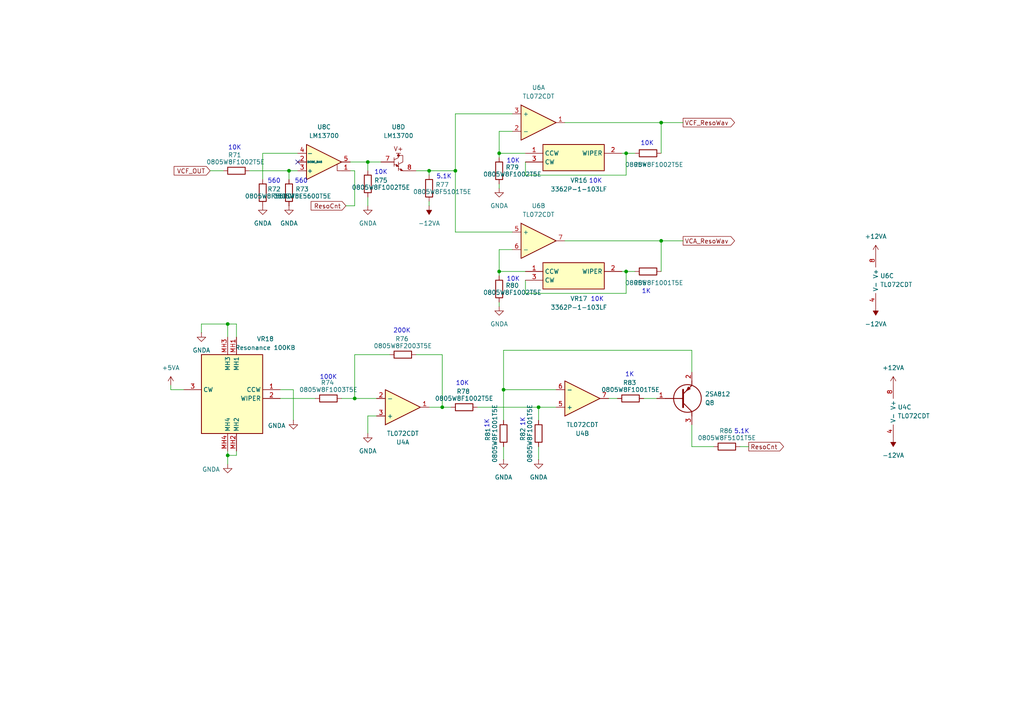
<source format=kicad_sch>
(kicad_sch (version 20250114) (generator "eeschema") (generator_version "9.0")
  (paper "A4")
  (lib_symbols
    (symbol "Amplifier_Operational:LM13700" (pin_names (offset 0.127))
      (property "Reference" "U" (at 3.81 5.08 0))
      (property "Value" "LM13700" (at 5.08 -5.08 0))
      (symbol "LM13700_1_1"
        (polyline (pts (xy 3.81 -0.635) (xy 3.81 -2.54) (xy 5.08 -2.54)))
        (polyline (pts (xy 5.08 0) (xy -5.08 -5.08) (xy -5.08 5.08) (xy 5.08 0)) (stroke (width 0.254)) (fill (type background)))
        (pin input line (at -7.62 2.54 0) (length 2.54) (name "-") (number "13"))
        (pin input line (at -7.62 0 0) (length 2.54) (name "DIODE_BIAS") (number "15"))
        (pin input line (at -7.62 -2.54 0) (length 2.54) (name "+") (number "14"))
        (pin output line (at 7.62 0 180) (length 2.54) (name "~") (number "12"))
        (pin input line (at 7.62 -2.54 180) (length 2.54) (name "~") (number "16"))
      )
      (symbol "LM13700_2_0"
        (polyline (pts (xy -1.905 2.54) (xy -3.175 2.54)))
      )
      (symbol "LM13700_2_1"
        (polyline (pts (xy -3.81 1.27) (xy -3.81 -1.27)))
        (polyline (pts (xy -3.81 0.635) (xy -2.54 1.27) (xy -2.54 1.905) (xy -2.54 2.54)))
        (polyline (pts (xy -3.81 -0.635) (xy -2.54 -1.27)))
        (circle (center -2.54 1.905) (radius 0.254) (stroke (width 0.254)) (fill (type outline)))
        (polyline (pts (xy -2.54 0) (xy -2.54 -2.54)))
        (polyline (pts (xy -2.54 -0.635) (xy -1.27 0) (xy -1.27 1.905) (xy -2.54 1.905)))
        (polyline (pts (xy -2.54 -1.27) (xy -3.175 -0.635) (xy -3.175 -1.27) (xy -2.54 -1.27)) (fill (type outline)))
        (polyline (pts (xy -2.54 -1.905) (xy -1.27 -2.54)))
        (polyline (pts (xy -1.27 -2.54) (xy -1.905 -1.905) (xy -1.905 -2.54) (xy -1.27 -2.54)) (fill (type outline)))
        (text "V+" (at -2.54 3.81 0) (effects (font (size 1.27 1.27))))
        (pin input line (at -7.62 0 0) (length 3.81) (name "~") (number "10"))
        (pin output line (at 2.54 -2.54 180) (length 3.81) (name "~") (number "9"))
      )
      (symbol "LM13700_3_1"
        (polyline (pts (xy 3.81 -0.635) (xy 3.81 -2.54) (xy 5.08 -2.54)))
        (polyline (pts (xy 5.08 0) (xy -5.08 -5.08) (xy -5.08 5.08) (xy 5.08 0)) (stroke (width 0.254)) (fill (type background)))
        (pin input line (at -7.62 2.54 0) (length 2.54) (name "-") (number "4"))
        (pin input line (at -7.62 0 0) (length 2.54) (name "DIODE_BIAS") (number "2"))
        (pin input line (at -7.62 -2.54 0) (length 2.54) (name "+") (number "3"))
        (pin output line (at 7.62 0 180) (length 2.54) (name "~") (number "5"))
        (pin input line (at 7.62 -2.54 180) (length 2.54) (name "~") (number "1"))
      )
      (symbol "LM13700_4_0"
        (polyline (pts (xy -3.175 2.54) (xy -1.905 2.54)))
        (text "V+" (at -2.54 3.81 0) (effects (font (size 1.27 1.27))))
      )
      (symbol "LM13700_4_1"
        (polyline (pts (xy -3.81 1.27) (xy -3.81 -1.27)))
        (polyline (pts (xy -3.81 0.635) (xy -2.54 1.27) (xy -2.54 2.54)))
        (polyline (pts (xy -3.81 -0.635) (xy -2.54 -1.27)))
        (circle (center -2.54 1.905) (radius 0.254) (stroke (width 0.254)) (fill (type outline)))
        (polyline (pts (xy -2.54 0) (xy -2.54 -2.54)))
        (polyline (pts (xy -2.54 -0.635) (xy -1.27 0) (xy -1.27 1.905) (xy -2.54 1.905)))
        (polyline (pts (xy -2.54 -1.27) (xy -3.175 -0.635) (xy -3.175 -1.27) (xy -2.54 -1.27)) (fill (type outline)))
        (polyline (pts (xy -2.54 -1.905) (xy -1.27 -2.54)))
        (polyline (pts (xy -1.27 -2.54) (xy -1.905 -1.905) (xy -1.905 -2.54) (xy -1.27 -2.54)) (fill (type outline)))
        (pin input line (at -7.62 0 0) (length 3.81) (name "~") (number "7"))
        (pin output line (at 2.54 -2.54 180) (length 3.81) (name "~") (number "8"))
      )
      (symbol "LM13700_5_1"
        (pin power_in line (at -2.54 7.62 270) (length 3.81) (name "V+") (number "11"))
        (pin power_in line (at -2.54 -7.62 90) (length 3.81) (name "V-") (number "6"))
      )
    )
    (symbol "Device:Opamp_Dual"
      (property "Reference" "U" (at 0 5.08 0))
      (property "Value" "Opamp_Dual" (at 0 -5.08 0))
      (symbol "Opamp_Dual_1_1"
        (polyline (pts (xy -5.08 5.08) (xy 5.08 0) (xy -5.08 -5.08) (xy -5.08 5.08)) (stroke (width 0.254)) (fill (type background)))
        (pin input line (at -7.62 2.54 0) (length 2.54) (name "+") (number "3"))
        (pin input line (at -7.62 -2.54 0) (length 2.54) (name "-") (number "2"))
        (pin output line (at 7.62 0 180) (length 2.54) (name "~") (number "1"))
      )
      (symbol "Opamp_Dual_2_1"
        (polyline (pts (xy -5.08 5.08) (xy 5.08 0) (xy -5.08 -5.08) (xy -5.08 5.08)) (stroke (width 0.254)) (fill (type background)))
        (pin input line (at -7.62 2.54 0) (length 2.54) (name "+") (number "5"))
        (pin input line (at -7.62 -2.54 0) (length 2.54) (name "-") (number "6"))
        (pin output line (at 7.62 0 180) (length 2.54) (name "~") (number "7"))
      )
      (symbol "Opamp_Dual_3_1"
        (pin power_in line (at -2.54 7.62 270) (length 3.81) (name "V+") (number "8"))
        (pin power_in line (at -2.54 -7.62 90) (length 3.81) (name "V-") (number "4"))
      )
    )
    (symbol "Device:R" (pin_numbers (hide yes)) (pin_names (offset 0))
      (property "Reference" "R" (at 2.032 0 90))
      (property "Value" "R" (at 0 0 90))
      (symbol "R_0_1"
        (rectangle (start -1.016 -2.54) (end 1.016 2.54) (stroke (width 0.254)))
      )
      (symbol "R_1_1"
        (pin passive line (at 0 3.81 270) (length 1.27) (name "~") (number "1"))
        (pin passive line (at 0 -3.81 90) (length 1.27) (name "~") (number "2"))
      )
    )
    (symbol "SamacSys_Parts:2SA812" (pin_names (hide yes))
      (property "Reference" "Q" (at 13.97 1.27 0))
      (property "Value" "2SA812" (at 13.97 -1.27 0))
      (symbol "2SA812_1_1"
        (polyline (pts (xy 2.54 0) (xy 7.62 0)) (stroke (width 0.254)))
        (polyline (pts (xy 7.62 2.54) (xy 7.62 -2.54)) (stroke (width 0.508)))
        (polyline (pts (xy 7.62 1.27) (xy 10.16 3.81)) (stroke (width 0.254)))
        (polyline (pts (xy 7.62 -1.27) (xy 10.16 -3.81)) (stroke (width 0.254)))
        (circle (center 8.89 0) (radius 4.016) (stroke (width 0.254)))
        (polyline (pts (xy 9.652 -2.794) (xy 9.144 -3.302) (xy 8.636 -2.286) (xy 9.652 -2.794)) (stroke (width 0.254)) (fill (type outline)))
        (polyline (pts (xy 10.16 3.81) (xy 10.16 5.08)) (stroke (width 0.254)))
        (polyline (pts (xy 10.16 -3.81) (xy 10.16 -5.08)) (stroke (width 0.254)))
        (pin passive line (at 0 0 0) (length 2.54) (name "B") (number "1"))
        (pin passive line (at 10.16 7.62 270) (length 2.54) (name "C") (number "3"))
        (pin passive line (at 10.16 -7.62 90) (length 2.54) (name "E") (number "2"))
      )
    )
    (symbol "SamacSys_Parts:3362P-1-103LF"
      (property "Reference" "VR" (at 24.13 7.62 0))
      (property "Value" "3362P-1-103LF" (at 24.13 5.08 0))
      (symbol "3362P-1-103LF_1_1"
        (rectangle (start 5.08 2.54) (end 22.86 -5.08) (stroke (width 0.254)) (fill (type background)))
        (pin passive line (at 0 0 0) (length 5.08) (name "CCW") (number "1"))
        (pin passive line (at 0 -2.54 0) (length 5.08) (name "CW") (number "3"))
        (pin passive line (at 27.94 0 180) (length 5.08) (name "WIPER") (number "2"))
      )
    )
    (symbol "SamacSys_Parts:PTA2043-2010CIB104"
      (property "Reference" "VR" (at 24.13 15.24 0))
      (property "Value" "PTA2043-2010CIB104" (at 24.13 12.7 0))
      (symbol "PTA2043-2010CIB104_1_1"
        (rectangle (start 5.08 10.16) (end 22.86 -12.7) (stroke (width 0.254)) (fill (type background)))
        (pin passive line (at 0 0 0) (length 5.08) (name "CCW") (number "1"))
        (pin passive line (at 0 -2.54 0) (length 5.08) (name "WIPER") (number "2"))
        (pin passive line (at 12.7 15.24 270) (length 5.08) (name "MH1") (number "MH1"))
        (pin passive line (at 12.7 -17.78 90) (length 5.08) (name "MH2") (number "MH2"))
        (pin passive line (at 15.24 15.24 270) (length 5.08) (name "MH3") (number "MH3"))
        (pin passive line (at 15.24 -17.78 90) (length 5.08) (name "MH4") (number "MH4"))
        (pin passive line (at 27.94 0 180) (length 5.08) (name "CW") (number "3"))
      )
    )
    (symbol "power:+12VA" (power) (pin_numbers (hide yes)) (pin_names (offset 0) (hide yes))
      (property "Value" "+12VA" (at 0 3.556 0))
      (symbol "+12VA_0_1"
        (polyline (pts (xy -0.762 1.27) (xy 0 2.54)))
        (polyline (pts (xy 0 2.54) (xy 0.762 1.27)))
        (polyline (pts (xy 0 0) (xy 0 2.54)))
      )
      (symbol "+12VA_1_1"
        (pin power_in line (at 0 0 90) (length 0) (name "~") (number "1"))
      )
    )
    (symbol "power:+5VA" (power) (pin_numbers (hide yes)) (pin_names (offset 0) (hide yes))
      (property "Value" "+5VA" (at 0 3.556 0))
      (symbol "+5VA_0_1"
        (polyline (pts (xy -0.762 1.27) (xy 0 2.54)))
        (polyline (pts (xy 0 2.54) (xy 0.762 1.27)))
        (polyline (pts (xy 0 0) (xy 0 2.54)))
      )
      (symbol "+5VA_1_1"
        (pin power_in line (at 0 0 90) (length 0) (name "~") (number "1"))
      )
    )
    (symbol "power:-12VA" (power) (pin_numbers (hide yes)) (pin_names (offset 0) (hide yes))
      (property "Value" "-12VA" (at 0 3.556 0))
      (symbol "-12VA_0_0"
        (pin power_in line (at 0 0 90) (length 0) (name "~") (number "1"))
      )
      (symbol "-12VA_0_1"
        (polyline (pts (xy 0 0) (xy 0 1.27) (xy 0.762 1.27) (xy 0 2.54) (xy -0.762 1.27) (xy 0 1.27)) (fill (type outline)))
      )
    )
    (symbol "power:GNDA" (power) (pin_numbers (hide yes)) (pin_names (offset 0) (hide yes))
      (property "Value" "GNDA" (at 0 -3.81 0))
      (symbol "GNDA_0_1"
        (polyline (pts (xy 0 0) (xy 0 -1.27) (xy 1.27 -1.27) (xy 0 -2.54) (xy -1.27 -1.27) (xy 0 -1.27)))
      )
      (symbol "GNDA_1_1"
        (pin power_in line (at 0 0 270) (length 0) (name "~") (number "1"))
      )
    )
  )
  (text "1K" (at 187.452 84.582 0) (effects (font (size 1.27 1.27))))
  (text "1K" (at 182.626 108.712 0) (effects (font (size 1.27 1.27))))
  (text "10K" (at 173.228 86.868 0) (effects (font (size 1.27 1.27))))
  (text "560" (at 79.502 52.578 0) (effects (font (size 1.27 1.27))))
  (text "10K" (at 172.72 52.578 0) (effects (font (size 1.27 1.27))))
  (text "1K" (at 151.638 122.428 90) (effects (font (size 1.27 1.27))))
  (text "10K" (at 148.844 46.736 0) (effects (font (size 1.27 1.27))))
  (text "100K" (at 95.25 109.474 0) (effects (font (size 1.27 1.27))))
  (text "5.1K" (at 215.138 125.222 0) (effects (font (size 1.27 1.27))))
  (text "10K" (at 68.072 42.926 0) (effects (font (size 1.27 1.27))))
  (text "10K" (at 148.844 81.026 0) (effects (font (size 1.27 1.27))))
  (text "200K" (at 116.586 96.012 0) (effects (font (size 1.27 1.27))))
  (text "10K" (at 187.706 41.656 0) (effects (font (size 1.27 1.27))))
  (text "10K" (at 134.112 111.252 0) (effects (font (size 1.27 1.27))))
  (text "10K" (at 110.49 50.038 0) (effects (font (size 1.27 1.27))))
  (text "1K" (at 141.224 122.936 90) (effects (font (size 1.27 1.27))))
  (text "560" (at 87.376 52.578 0) (effects (font (size 1.27 1.27))))
  (text "5.1K" (at 128.778 51.308 0) (effects (font (size 1.27 1.27))))
  (junction (at 66.04 132.08))
  (junction (at 102.87 115.57))
  (junction (at 106.68 46.99))
  (junction (at 146.05 113.03))
  (junction (at 191.77 69.85))
  (junction (at 132.08 49.53))
  (junction (at 66.04 93.98))
  (junction (at 128.27 118.11))
  (junction (at 144.78 78.74))
  (junction (at 144.78 44.45))
  (junction (at 181.61 78.74))
  (junction (at 191.77 35.56))
  (junction (at 181.61 44.45))
  (junction (at 83.82 49.53))
  (junction (at 156.21 118.11))
  (junction (at 124.46 49.53))
  (no_connect (at 86.36 46.99))
  (wire (pts (xy 83.82 49.53) (xy 83.82 52.07)))
  (wire (pts (xy 191.77 35.56) (xy 198.12 35.56)))
  (wire (pts (xy 106.68 57.15) (xy 106.68 59.69)))
  (wire (pts (xy 81.28 115.57) (xy 91.44 115.57)))
  (wire (pts (xy 191.77 44.45) (xy 191.77 35.56)))
  (wire (pts (xy 144.78 78.74) (xy 144.78 80.01)))
  (wire (pts (xy 76.2 44.45) (xy 76.2 52.07)))
  (wire (pts (xy 49.53 113.03) (xy 49.53 111.76)))
  (wire (pts (xy 191.77 35.56) (xy 163.83 35.56)))
  (wire (pts (xy 113.03 102.87) (xy 102.87 102.87)))
  (wire (pts (xy 120.65 102.87) (xy 128.27 102.87)))
  (wire (pts (xy 58.42 96.52) (xy 58.42 93.98)))
  (wire (pts (xy 106.68 120.65) (xy 106.68 125.73)))
  (wire (pts (xy 132.08 49.53) (xy 132.08 33.02)))
  (wire (pts (xy 124.46 50.8) (xy 124.46 49.53)))
  (wire (pts (xy 163.83 69.85) (xy 191.77 69.85)))
  (wire (pts (xy 66.04 130.81) (xy 66.04 132.08)))
  (wire (pts (xy 102.87 59.69) (xy 100.33 59.69)))
  (wire (pts (xy 191.77 78.74) (xy 191.77 69.85)))
  (wire (pts (xy 152.4 46.99) (xy 152.4 50.8)))
  (wire (pts (xy 152.4 81.28) (xy 152.4 85.09)))
  (wire (pts (xy 106.68 46.99) (xy 101.6 46.99)))
  (wire (pts (xy 161.29 113.03) (xy 146.05 113.03)))
  (wire (pts (xy 148.59 67.31) (xy 132.08 67.31)))
  (wire (pts (xy 128.27 118.11) (xy 128.27 102.87)))
  (wire (pts (xy 85.09 113.03) (xy 85.09 121.92)))
  (wire (pts (xy 181.61 85.09) (xy 181.61 78.74)))
  (wire (pts (xy 68.58 132.08) (xy 68.58 130.81)))
  (wire (pts (xy 53.34 113.03) (xy 49.53 113.03)))
  (wire (pts (xy 81.28 113.03) (xy 85.09 113.03)))
  (wire (pts (xy 102.87 115.57) (xy 109.22 115.57)))
  (wire (pts (xy 58.42 93.98) (xy 66.04 93.98)))
  (wire (pts (xy 144.78 53.34) (xy 144.78 54.61)))
  (wire (pts (xy 181.61 44.45) (xy 180.34 44.45)))
  (wire (pts (xy 146.05 129.54) (xy 146.05 133.35)))
  (wire (pts (xy 124.46 118.11) (xy 128.27 118.11)))
  (wire (pts (xy 176.53 115.57) (xy 179.07 115.57)))
  (wire (pts (xy 66.04 93.98) (xy 66.04 97.79)))
  (wire (pts (xy 99.06 115.57) (xy 102.87 115.57)))
  (wire (pts (xy 86.36 44.45) (xy 76.2 44.45)))
  (wire (pts (xy 200.66 129.54) (xy 200.66 123.19)))
  (wire (pts (xy 106.68 46.99) (xy 106.68 49.53)))
  (wire (pts (xy 144.78 78.74) (xy 152.4 78.74)))
  (wire (pts (xy 124.46 49.53) (xy 120.65 49.53)))
  (wire (pts (xy 200.66 107.95) (xy 200.66 101.6)))
  (wire (pts (xy 144.78 44.45) (xy 152.4 44.45)))
  (wire (pts (xy 144.78 87.63) (xy 144.78 88.9)))
  (wire (pts (xy 156.21 129.54) (xy 156.21 133.35)))
  (wire (pts (xy 152.4 85.09) (xy 181.61 85.09)))
  (wire (pts (xy 144.78 44.45) (xy 144.78 45.72)))
  (wire (pts (xy 68.58 93.98) (xy 68.58 97.79)))
  (wire (pts (xy 86.36 49.53) (xy 83.82 49.53)))
  (wire (pts (xy 66.04 132.08) (xy 68.58 132.08)))
  (wire (pts (xy 217.17 129.54) (xy 214.63 129.54)))
  (wire (pts (xy 186.69 115.57) (xy 190.5 115.57)))
  (wire (pts (xy 132.08 33.02) (xy 148.59 33.02)))
  (wire (pts (xy 138.43 118.11) (xy 156.21 118.11)))
  (wire (pts (xy 144.78 72.39) (xy 144.78 78.74)))
  (wire (pts (xy 181.61 78.74) (xy 184.15 78.74)))
  (wire (pts (xy 124.46 58.42) (xy 124.46 59.69)))
  (wire (pts (xy 181.61 44.45) (xy 184.15 44.45)))
  (wire (pts (xy 124.46 49.53) (xy 132.08 49.53)))
  (wire (pts (xy 128.27 118.11) (xy 130.81 118.11)))
  (wire (pts (xy 200.66 101.6) (xy 146.05 101.6)))
  (wire (pts (xy 60.96 49.53) (xy 64.77 49.53)))
  (wire (pts (xy 132.08 67.31) (xy 132.08 49.53)))
  (wire (pts (xy 102.87 102.87) (xy 102.87 115.57)))
  (wire (pts (xy 144.78 38.1) (xy 144.78 44.45)))
  (wire (pts (xy 102.87 49.53) (xy 102.87 59.69)))
  (wire (pts (xy 161.29 118.11) (xy 156.21 118.11)))
  (wire (pts (xy 66.04 93.98) (xy 68.58 93.98)))
  (wire (pts (xy 146.05 101.6) (xy 146.05 113.03)))
  (wire (pts (xy 110.49 46.99) (xy 106.68 46.99)))
  (wire (pts (xy 144.78 72.39) (xy 148.59 72.39)))
  (wire (pts (xy 146.05 113.03) (xy 146.05 121.92)))
  (wire (pts (xy 156.21 118.11) (xy 156.21 121.92)))
  (wire (pts (xy 152.4 50.8) (xy 181.61 50.8)))
  (wire (pts (xy 207.01 129.54) (xy 200.66 129.54)))
  (wire (pts (xy 191.77 69.85) (xy 198.12 69.85)))
  (wire (pts (xy 181.61 78.74) (xy 180.34 78.74)))
  (wire (pts (xy 148.59 38.1) (xy 144.78 38.1)))
  (wire (pts (xy 66.04 132.08) (xy 66.04 134.62)))
  (wire (pts (xy 181.61 50.8) (xy 181.61 44.45)))
  (wire (pts (xy 83.82 49.53) (xy 72.39 49.53)))
  (wire (pts (xy 101.6 49.53) (xy 102.87 49.53)))
  (wire (pts (xy 106.68 120.65) (xy 109.22 120.65)))
  (global_label "VCF_ResoWav" (shape output) (at 198.12 35.56 0) (property "Intersheetrefs" "${INTERSHEET_REFS}" (effects (hide yes))))
  (global_label "VCF_OUT" (shape input) (at 60.96 49.53 180) (property "Intersheetrefs" "${INTERSHEET_REFS}" (effects (hide yes))))
  (global_label "ResoCnt" (shape input) (at 100.33 59.69 180) (property "Intersheetrefs" "${INTERSHEET_REFS}" (effects (hide yes))))
  (global_label "VCA_ResoWav" (shape output) (at 198.12 69.85 0) (property "Intersheetrefs" "${INTERSHEET_REFS}" (effects (hide yes))))
  (global_label "ResoCnt" (shape output) (at 217.17 129.54 0) (property "Intersheetrefs" "${INTERSHEET_REFS}" (effects (hide yes))))
  (symbol (lib_id "power:-12VA") (at 124.46 59.69 180) (unit 1)
    (property "Reference" "#PWR0134" (effects (hide yes)))
    (property "Value" "-12VA" (at 124.46 64.77 0))
    (property "Description" "Power symbol creates a global label with name \"-12VA\"" (effects (hide yes)))
  )
  (symbol (lib_id "power:GNDA") (at 144.78 88.9 0) (mirror y) (unit 1)
    (property "Reference" "#PWR0136" (effects (hide yes)))
    (property "Value" "GNDA" (at 144.78 93.98 0))
    (property "Description" "Power symbol creates a global label with name \"GNDA\" , analog ground" (effects (hide yes)))
  )
  (symbol (lib_id "Device:R") (at 95.25 115.57 90) (unit 1)
    (property "Reference" "R74" (at 94.996 110.998 90))
    (property "Value" "0805W8F1003T5E" (at 95.25 113.03 90))
    (property "Footprint" "Resistor_SMD:R_0805_2012Metric_Pad1.20x1.40mm_HandSolder" (effects (hide yes)))
    (property "Description" "Resistor" (effects (hide yes)))
  )
  (symbol (lib_id "Device:R") (at 106.68 53.34 0) (mirror x) (unit 1)
    (property "Reference" "R75" (at 110.49 52.324 0))
    (property "Value" "0805W8F1002T5E" (at 110.49 54.356 0))
    (property "Footprint" "Resistor_SMD:R_0805_2012Metric_Pad1.20x1.40mm_HandSolder" (effects (hide yes)))
    (property "Description" "Resistor" (effects (hide yes)))
  )
  (symbol (lib_id "Device:R") (at 76.2 55.88 0) (mirror x) (unit 1)
    (property "Reference" "R72" (at 79.502 54.864 0))
    (property "Value" "0805W8F5600T5E" (at 79.502 56.896 0))
    (property "Footprint" "Resistor_SMD:R_0805_2012Metric_Pad1.20x1.40mm_HandSolder" (effects (hide yes)))
    (property "Description" "Resistor" (effects (hide yes)))
  )
  (symbol (lib_id "Device:R") (at 187.96 78.74 90) (mirror x) (unit 1)
    (property "Reference" "R85" (at 185.674 82.042 90))
    (property "Value" "0805W8F1001T5E" (at 189.738 82.042 90))
    (property "Footprint" "Resistor_SMD:R_0805_2012Metric_Pad1.20x1.40mm_HandSolder" (effects (hide yes)))
    (property "Description" "Resistor" (effects (hide yes)))
  )
  (symbol (lib_id "Device:Opamp_Dual") (at 261.62 119.38 0) (unit 3)
    (property "Reference" "U4" (at 260.35 118.1099 0) (effects (justify left)))
    (property "Value" "TL072CDT" (at 260.35 120.6499 0) (effects (justify left)))
    (property "Footprint" "Package_SO:SOIC-8_3.9x4.9mm_P1.27mm" (effects (hide yes)))
    (property "Description" "Dual operational amplifier" (effects (hide yes)))
    (property "Sim.Library" "${KICAD9_SYMBOL_DIR}/Simulation_SPICE.sp" (effects (hide yes)))
    (property "Sim.Name" "kicad_builtin_opamp_dual" (effects (hide yes)))
    (property "Sim.Device" "SUBCKT" (effects (hide yes)))
    (property "Sim.Pins" "1=out1 2=in1- 3=in1+ 4=vee 5=in2+ 6=in2- 7=out2 8=vcc" (effects (hide yes)))
  )
  (symbol (lib_id "Device:R") (at 144.78 49.53 0) (mirror x) (unit 1)
    (property "Reference" "R79" (at 148.59 48.514 0))
    (property "Value" "0805W8F1002T5E" (at 148.59 50.546 0))
    (property "Footprint" "Resistor_SMD:R_0805_2012Metric_Pad1.20x1.40mm_HandSolder" (effects (hide yes)))
    (property "Description" "Resistor" (effects (hide yes)))
  )
  (symbol (lib_id "power:GNDA") (at 83.82 59.69 0) (mirror y) (unit 1)
    (property "Reference" "#PWR0129" (effects (hide yes)))
    (property "Value" "GNDA" (at 83.82 64.77 0))
    (property "Description" "Power symbol creates a global label with name \"GNDA\" , analog ground" (effects (hide yes)))
  )
  (symbol (lib_id "Device:R") (at 156.21 125.73 180) (unit 1)
    (property "Reference" "R82" (at 151.638 125.984 90))
    (property "Value" "0805W8F1001T5E" (at 153.67 125.73 90))
    (property "Footprint" "Resistor_SMD:R_0805_2012Metric_Pad1.20x1.40mm_HandSolder" (effects (hide yes)))
    (property "Description" "Resistor" (effects (hide yes)))
  )
  (symbol (lib_id "Device:R") (at 182.88 115.57 90) (unit 1)
    (property "Reference" "R83" (at 182.626 110.998 90))
    (property "Value" "0805W8F1001T5E" (at 182.88 113.03 90))
    (property "Footprint" "Resistor_SMD:R_0805_2012Metric_Pad1.20x1.40mm_HandSolder" (effects (hide yes)))
    (property "Description" "Resistor" (effects (hide yes)))
  )
  (symbol (lib_id "power:GNDA") (at 76.2 59.69 0) (mirror y) (unit 1)
    (property "Reference" "#PWR0128" (effects (hide yes)))
    (property "Value" "GNDA" (at 76.2 64.77 0))
    (property "Description" "Power symbol creates a global label with name \"GNDA\" , analog ground" (effects (hide yes)))
  )
  (symbol (lib_id "SamacSys_Parts:2SA812") (at 190.5 115.57 0) (mirror x) (unit 1)
    (property "Reference" "Q8" (at 204.47 116.8401 0) (effects (justify left)))
    (property "Value" "2SA812" (at 204.47 114.3001 0) (effects (justify left)))
    (property "Footprint" "SamacSys_parts:SOT95P240X120-3N" (effects (hide yes)))
    (property "Datasheet" "https://4donline.ihs.com/images/VipMasterIC/IC/GSCC/GSCC-S-A0010612759/GSCC-S-A0010613804-1.pdf?hkey=EF798316E3902B6ED9A73243A3159BB0" (effects (hide yes)))
    (property "Description" "Silicon Epitaxial Planar Transistor,Commplementary to 2SC1623.  High DC current gain:hFE=200typ. (VCE=-6.0V,IC=-1.0mA)  High Voltage: VCEO=-50V." (effects (hide yes)))
    (property "Height" "1.2" (effects (hide yes)))
    (property "Manufacturer_Name" "Galaxy" (effects (hide yes)))
    (property "Manufacturer_Part_Number" "2SA812" (effects (hide yes)))
  )
  (symbol (lib_id "power:-12VA") (at 254 88.9 180) (unit 1)
    (property "Reference" "#PWR0163" (effects (hide yes)))
    (property "Value" "-12VA" (at 254 93.98 0))
    (property "Description" "Power symbol creates a global label with name \"-12VA\"" (effects (hide yes)))
  )
  (symbol (lib_id "Device:R") (at 116.84 102.87 90) (unit 1)
    (property "Reference" "R76" (at 116.586 98.298 90))
    (property "Value" "0805W8F2003T5E" (at 116.84 100.33 90))
    (property "Footprint" "Resistor_SMD:R_0805_2012Metric_Pad1.20x1.40mm_HandSolder" (effects (hide yes)))
    (property "Description" "Resistor" (effects (hide yes)))
  )
  (symbol (lib_id "Device:R") (at 210.82 129.54 90) (unit 1)
    (property "Reference" "R86" (at 210.566 124.968 90))
    (property "Value" "0805W8F5101T5E" (at 210.82 127 90))
    (property "Footprint" "Resistor_SMD:R_0805_2012Metric_Pad1.20x1.40mm_HandSolder" (effects (hide yes)))
    (property "Description" "Resistor" (effects (hide yes)))
  )
  (symbol (lib_id "Amplifier_Operational:LM13700") (at 118.11 46.99 0) (unit 4)
    (property "Reference" "U8" (at 115.57 36.83 0))
    (property "Value" "LM13700" (at 115.57 39.37 0))
    (property "Footprint" "Package_SO:SOIC-16_3.9x9.9mm_P1.27mm" (effects (hide yes)))
    (property "Datasheet" "http://www.ti.com/lit/ds/symlink/lm13700.pdf" (effects (hide yes)))
    (property "Description" "Dual Operational Transconductance Amplifiers with Linearizing Diodes and Buffers, DIP-16/SOIC-16" (effects (hide yes)))
  )
  (symbol (lib_id "SamacSys_Parts:PTA2043-2010CIB104") (at 81.28 113.03 0) (mirror y) (unit 1)
    (property "Reference" "VR18" (at 76.962 98.298 0))
    (property "Value" "Resonance 100KB" (at 76.962 100.838 0))
    (property "Footprint" "SamacSys_parts:PTA20432010CIB104" (effects (hide yes)))
    (property "Datasheet" "https://www.bourns.com/docs/Product-Datasheets/pta.pdf" (effects (hide yes)))
    (property "Description" "100 kOhms 0.1W, 1/10W Through Hole Slide Potentiometer Top Adjustment Type" (effects (hide yes)))
    (property "Height" "26.5" (effects (hide yes)))
    (property "Manufacturer_Name" "Bourns" (effects (hide yes)))
    (property "Manufacturer_Part_Number" "PTA2043-2010CIB104" (effects (hide yes)))
    (property "Mouser Part Number" "652-PTA2432010CIB104" (effects (hide yes)))
    (property "Mouser Price/Stock" "https://www.mouser.co.uk/ProductDetail/Bourns/PTA2043-2010CIB104?qs=QARuOjD9jaHYsv9Jo8DrWA%3D%3D" (effects (hide yes)))
    (property "Arrow Part Number" "PTA2043-2010CIB104" (effects (hide yes)))
    (property "Arrow Price/Stock" "https://www.arrow.com/en/products/pta2043-2010cib104/bourns?utm_currency=USD&region=nac" (effects (hide yes)))
  )
  (symbol (lib_id "Device:R") (at 124.46 54.61 0) (mirror x) (unit 1)
    (property "Reference" "R77" (at 128.27 53.594 0))
    (property "Value" "0805W8F5101T5E" (at 128.27 55.626 0))
    (property "Footprint" "Resistor_SMD:R_0805_2012Metric_Pad1.20x1.40mm_HandSolder" (effects (hide yes)))
    (property "Description" "Resistor" (effects (hide yes)))
  )
  (symbol (lib_id "power:-12VA") (at 259.08 127 180) (unit 1)
    (property "Reference" "#PWR0165" (effects (hide yes)))
    (property "Value" "-12VA" (at 259.08 132.08 0))
    (property "Description" "Power symbol creates a global label with name \"-12VA\"" (effects (hide yes)))
  )
  (symbol (lib_id "Device:R") (at 146.05 125.73 180) (unit 1)
    (property "Reference" "R81" (at 141.478 125.984 90))
    (property "Value" "0805W8F1001T5E" (at 143.51 125.73 90))
    (property "Footprint" "Resistor_SMD:R_0805_2012Metric_Pad1.20x1.40mm_HandSolder" (effects (hide yes)))
    (property "Description" "Resistor" (effects (hide yes)))
  )
  (symbol (lib_id "Device:R") (at 83.82 55.88 0) (mirror x) (unit 1)
    (property "Reference" "R73" (at 87.63 54.864 0))
    (property "Value" "0805W8F5600T5E" (at 87.63 56.896 0))
    (property "Footprint" "Resistor_SMD:R_0805_2012Metric_Pad1.20x1.40mm_HandSolder" (effects (hide yes)))
    (property "Description" "Resistor" (effects (hide yes)))
  )
  (symbol (lib_id "power:GNDA") (at 106.68 59.69 0) (mirror y) (unit 1)
    (property "Reference" "#PWR0132" (effects (hide yes)))
    (property "Value" "GNDA" (at 106.68 64.77 0))
    (property "Description" "Power symbol creates a global label with name \"GNDA\" , analog ground" (effects (hide yes)))
  )
  (symbol (lib_id "power:+5VA") (at 49.53 111.76 0) (unit 1)
    (property "Reference" "#PWR0143" (effects (hide yes)))
    (property "Value" "+5VA" (at 49.53 106.68 0))
    (property "Description" "Power symbol creates a global label with name \"+5VA\"" (effects (hide yes)))
  )
  (symbol (lib_id "power:GNDA") (at 106.68 125.73 0) (unit 1)
    (property "Reference" "#PWR0133" (effects (hide yes)))
    (property "Value" "GNDA" (at 106.68 130.81 0))
    (property "Description" "Power symbol creates a global label with name \"GNDA\" , analog ground" (effects (hide yes)))
  )
  (symbol (lib_id "Device:R") (at 187.96 44.45 90) (mirror x) (unit 1)
    (property "Reference" "R84" (at 185.674 47.752 90))
    (property "Value" "0805W8F1002T5E" (at 189.738 47.752 90))
    (property "Footprint" "Resistor_SMD:R_0805_2012Metric_Pad1.20x1.40mm_HandSolder" (effects (hide yes)))
    (property "Description" "Resistor" (effects (hide yes)))
  )
  (symbol (lib_id "Device:R") (at 134.62 118.11 90) (unit 1)
    (property "Reference" "R78" (at 134.366 113.538 90))
    (property "Value" "0805W8F1002T5E" (at 134.62 115.57 90))
    (property "Footprint" "Resistor_SMD:R_0805_2012Metric_Pad1.20x1.40mm_HandSolder" (effects (hide yes)))
    (property "Description" "Resistor" (effects (hide yes)))
  )
  (symbol (lib_id "Device:R") (at 68.58 49.53 270) (mirror x) (unit 1)
    (property "Reference" "R71" (at 68.072 44.958 90))
    (property "Value" "0805W8F1002T5E" (at 68.326 46.99 90))
    (property "Footprint" "Resistor_SMD:R_0805_2012Metric_Pad1.20x1.40mm_HandSolder" (effects (hide yes)))
    (property "Description" "Resistor" (effects (hide yes)))
  )
  (symbol (lib_id "Device:Opamp_Dual") (at 156.21 69.85 0) (unit 2)
    (property "Reference" "U6" (at 156.21 59.69 0))
    (property "Value" "TL072CDT" (at 156.21 62.23 0))
    (property "Footprint" "Package_SO:SOIC-8_3.9x4.9mm_P1.27mm" (effects (hide yes)))
    (property "Description" "Dual operational amplifier" (effects (hide yes)))
    (property "Sim.Library" "${KICAD9_SYMBOL_DIR}/Simulation_SPICE.sp" (effects (hide yes)))
    (property "Sim.Name" "kicad_builtin_opamp_dual" (effects (hide yes)))
    (property "Sim.Device" "SUBCKT" (effects (hide yes)))
    (property "Sim.Pins" "1=out1 2=in1- 3=in1+ 4=vee 5=in2+ 6=in2- 7=out2 8=vcc" (effects (hide yes)))
  )
  (symbol (lib_id "power:+12VA") (at 259.08 111.76 0) (unit 1)
    (property "Reference" "#PWR0164" (effects (hide yes)))
    (property "Value" "+12VA" (at 259.08 106.68 0))
    (property "Description" "Power symbol creates a global label with name \"+12VA\"" (effects (hide yes)))
  )
  (symbol (lib_id "power:GNDA") (at 66.04 134.62 0) (unit 1)
    (property "Reference" "#PWR0141" (effects (hide yes)))
    (property "Value" "GNDA" (at 61.214 136.144 0))
    (property "Description" "Power symbol creates a global label with name \"GNDA\" , analog ground" (effects (hide yes)))
  )
  (symbol (lib_id "Device:Opamp_Dual") (at 168.91 115.57 0) (mirror x) (unit 2)
    (property "Reference" "U4" (at 168.91 125.73 0))
    (property "Value" "TL072CDT" (at 168.91 123.19 0))
    (property "Footprint" "Package_SO:SOIC-8_3.9x4.9mm_P1.27mm" (effects (hide yes)))
    (property "Description" "Dual operational amplifier" (effects (hide yes)))
    (property "Sim.Library" "${KICAD9_SYMBOL_DIR}/Simulation_SPICE.sp" (effects (hide yes)))
    (property "Sim.Name" "kicad_builtin_opamp_dual" (effects (hide yes)))
    (property "Sim.Device" "SUBCKT" (effects (hide yes)))
    (property "Sim.Pins" "1=out1 2=in1- 3=in1+ 4=vee 5=in2+ 6=in2- 7=out2 8=vcc" (effects (hide yes)))
  )
  (symbol (lib_id "power:GNDA") (at 85.09 121.92 0) (unit 1)
    (property "Reference" "#PWR0142" (effects (hide yes)))
    (property "Value" "GNDA" (at 80.264 123.444 0))
    (property "Description" "Power symbol creates a global label with name \"GNDA\" , analog ground" (effects (hide yes)))
  )
  (symbol (lib_id "SamacSys_Parts:3362P-1-103LF") (at 152.4 78.74 0) (unit 1)
    (property "Reference" "VR17" (at 167.894 86.614 0))
    (property "Value" "3362P-1-103LF" (at 167.894 89.154 0))
    (property "Footprint" "SamacSys_parts:3362P_1" (effects (hide yes)))
    (property "Datasheet" "https://datasheet.datasheetarchive.com/originals/distributors/SFDatasheet-6/sf-000139931.pdf" (effects (hide yes)))
    (property "Description" "10k, Through Hole Trimmer Potentiometer 0.5W Top Adjust Bourns, 3362" (effects (hide yes)))
    (property "Manufacturer_Name" "Bourns" (effects (hide yes)))
    (property "Manufacturer_Part_Number" "3362P-1-103LF" (effects (hide yes)))
    (property "Mouser Part Number" "652-3362P-1-103LF" (effects (hide yes)))
    (property "Mouser Price/Stock" "https://www.mouser.co.uk/ProductDetail/Bourns/3362P-1-103LF?qs=tS7CBNq%252BQ07BavGNEQud%252BA%3D%3D" (effects (hide yes)))
    (property "Arrow Part Number" "3362P-1-103LF" (effects (hide yes)))
    (property "Arrow Price/Stock" "https://www.arrow.com/en/products/3362p-1-103lf/bourns?utm_currency=USD&region=nac" (effects (hide yes)))
  )
  (symbol (lib_id "power:GNDA") (at 144.78 54.61 0) (mirror y) (unit 1)
    (property "Reference" "#PWR0135" (effects (hide yes)))
    (property "Value" "GNDA" (at 144.78 59.69 0))
    (property "Description" "Power symbol creates a global label with name \"GNDA\" , analog ground" (effects (hide yes)))
  )
  (symbol (lib_id "power:GNDA") (at 58.42 96.52 0) (unit 1)
    (property "Reference" "#PWR040" (effects (hide yes)))
    (property "Value" "GNDA" (at 58.42 101.6 0))
    (property "Description" "Power symbol creates a global label with name \"GNDA\" , analog ground" (effects (hide yes)))
  )
  (symbol (lib_id "power:GNDA") (at 156.21 133.35 0) (unit 1)
    (property "Reference" "#PWR0138" (effects (hide yes)))
    (property "Value" "GNDA" (at 156.21 138.43 0))
    (property "Description" "Power symbol creates a global label with name \"GNDA\" , analog ground" (effects (hide yes)))
  )
  (symbol (lib_id "Device:Opamp_Dual") (at 156.21 35.56 0) (unit 1)
    (property "Reference" "U6" (at 156.21 25.4 0))
    (property "Value" "TL072CDT" (at 156.21 27.94 0))
    (property "Footprint" "Package_SO:SOIC-8_3.9x4.9mm_P1.27mm" (effects (hide yes)))
    (property "Description" "Dual operational amplifier" (effects (hide yes)))
    (property "Sim.Library" "${KICAD9_SYMBOL_DIR}/Simulation_SPICE.sp" (effects (hide yes)))
    (property "Sim.Name" "kicad_builtin_opamp_dual" (effects (hide yes)))
    (property "Sim.Device" "SUBCKT" (effects (hide yes)))
    (property "Sim.Pins" "1=out1 2=in1- 3=in1+ 4=vee 5=in2+ 6=in2- 7=out2 8=vcc" (effects (hide yes)))
  )
  (symbol (lib_id "power:+12VA") (at 254 73.66 0) (unit 1)
    (property "Reference" "#PWR0162" (effects (hide yes)))
    (property "Value" "+12VA" (at 254 68.58 0))
    (property "Description" "Power symbol creates a global label with name \"+12VA\"" (effects (hide yes)))
  )
  (symbol (lib_id "Device:Opamp_Dual") (at 256.54 81.28 0) (unit 3)
    (property "Reference" "U6" (at 255.27 80.0099 0) (effects (justify left)))
    (property "Value" "TL072CDT" (at 255.27 82.5499 0) (effects (justify left)))
    (property "Footprint" "Package_SO:SOIC-8_3.9x4.9mm_P1.27mm" (effects (hide yes)))
    (property "Description" "Dual operational amplifier" (effects (hide yes)))
    (property "Sim.Library" "${KICAD9_SYMBOL_DIR}/Simulation_SPICE.sp" (effects (hide yes)))
    (property "Sim.Name" "kicad_builtin_opamp_dual" (effects (hide yes)))
    (property "Sim.Device" "SUBCKT" (effects (hide yes)))
    (property "Sim.Pins" "1=out1 2=in1- 3=in1+ 4=vee 5=in2+ 6=in2- 7=out2 8=vcc" (effects (hide yes)))
  )
  (symbol (lib_id "power:GNDA") (at 146.05 133.35 0) (unit 1)
    (property "Reference" "#PWR0137" (effects (hide yes)))
    (property "Value" "GNDA" (at 146.05 138.43 0))
    (property "Description" "Power symbol creates a global label with name \"GNDA\" , analog ground" (effects (hide yes)))
  )
  (symbol (lib_id "Device:Opamp_Dual") (at 116.84 118.11 0) (mirror x) (unit 1)
    (property "Reference" "U4" (at 116.84 128.27 0))
    (property "Value" "TL072CDT" (at 116.84 125.73 0))
    (property "Footprint" "Package_SO:SOIC-8_3.9x4.9mm_P1.27mm" (effects (hide yes)))
    (property "Description" "Dual operational amplifier" (effects (hide yes)))
    (property "Sim.Library" "${KICAD9_SYMBOL_DIR}/Simulation_SPICE.sp" (effects (hide yes)))
    (property "Sim.Name" "kicad_builtin_opamp_dual" (effects (hide yes)))
    (property "Sim.Device" "SUBCKT" (effects (hide yes)))
    (property "Sim.Pins" "1=out1 2=in1- 3=in1+ 4=vee 5=in2+ 6=in2- 7=out2 8=vcc" (effects (hide yes)))
  )
  (symbol (lib_id "Device:R") (at 144.78 83.82 0) (mirror x) (unit 1)
    (property "Reference" "R80" (at 148.59 82.804 0))
    (property "Value" "0805W8F1002T5E" (at 148.59 84.836 0))
    (property "Footprint" "Resistor_SMD:R_0805_2012Metric_Pad1.20x1.40mm_HandSolder" (effects (hide yes)))
    (property "Description" "Resistor" (effects (hide yes)))
  )
  (symbol (lib_id "Amplifier_Operational:LM13700") (at 93.98 46.99 0) (unit 3)
    (property "Reference" "U8" (at 93.98 36.83 0))
    (property "Value" "LM13700" (at 93.98 39.37 0))
    (property "Footprint" "Package_SO:SOIC-16_3.9x9.9mm_P1.27mm" (effects (hide yes)))
    (property "Datasheet" "http://www.ti.com/lit/ds/symlink/lm13700.pdf" (effects (hide yes)))
    (property "Description" "Dual Operational Transconductance Amplifiers with Linearizing Diodes and Buffers, DIP-16/SOIC-16" (effects (hide yes)))
  )
  (symbol (lib_id "SamacSys_Parts:3362P-1-103LF") (at 152.4 44.45 0) (unit 1)
    (property "Reference" "VR16" (at 167.894 52.324 0))
    (property "Value" "3362P-1-103LF" (at 167.894 54.864 0))
    (property "Footprint" "SamacSys_parts:3362P_1" (effects (hide yes)))
    (property "Datasheet" "https://datasheet.datasheetarchive.com/originals/distributors/SFDatasheet-6/sf-000139931.pdf" (effects (hide yes)))
    (property "Description" "10k, Through Hole Trimmer Potentiometer 0.5W Top Adjust Bourns, 3362" (effects (hide yes)))
    (property "Manufacturer_Name" "Bourns" (effects (hide yes)))
    (property "Manufacturer_Part_Number" "3362P-1-103LF" (effects (hide yes)))
    (property "Mouser Part Number" "652-3362P-1-103LF" (effects (hide yes)))
    (property "Mouser Price/Stock" "https://www.mouser.co.uk/ProductDetail/Bourns/3362P-1-103LF?qs=tS7CBNq%252BQ07BavGNEQud%252BA%3D%3D" (effects (hide yes)))
    (property "Arrow Part Number" "3362P-1-103LF" (effects (hide yes)))
    (property "Arrow Price/Stock" "https://www.arrow.com/en/products/3362p-1-103lf/bourns?utm_currency=USD&region=nac" (effects (hide yes)))
  )
)
</source>
